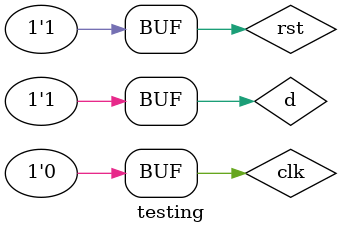
<source format=v>
module dff_sync(d, clear, clock, q);

	input d, clear, clock;
	output q;
	reg q;

	always @ (posedge clock)
		begin
			if(!clear) q <= 1'b0;
			else q <= d;
		end

endmodule


module dff_async(d, clear, clock, q);

	input d, clear, clock;
	output q;
	reg q;

	always @ (negedge clear or posedge clock)
		begin
			if(!clear) q <= 1'b0;
			else q <= d;
		end
		
endmodule


module testing;

	reg d, clk, rst;
	wire q;
	
	dff_async ds(d, rst, clk, q); //dff sync ds(d, rst, clk, q);
	
	always @ (posedge clk)
		begin
			$display("d=%b, clk=%b, rst=%b, q=%b\n", d, clk, rst, q);
		end
		
	initial begin
		//forever begin		
			clk=0;
			#3
			clk=1;
			#3
			clk=0;
			#3
			clk=1;
			#3
			clk=0;
			#3
			clk=1;
			#3
			clk=0;
		//end
	end
	
	initial begin
		d=0; rst=1;
		#4
		d=1; rst=0;
		#5
		d=1; rst=1;
		#3
		d=1; rst=0;
		#5
		d=1; rst=1;
	end
	
	initial
		begin
			$dumpfile("filename.vcd");
			$dumpvars;
		end
		
endmodule
			
			
			
			
			
			
			
			
			
			
			
			
			
</source>
